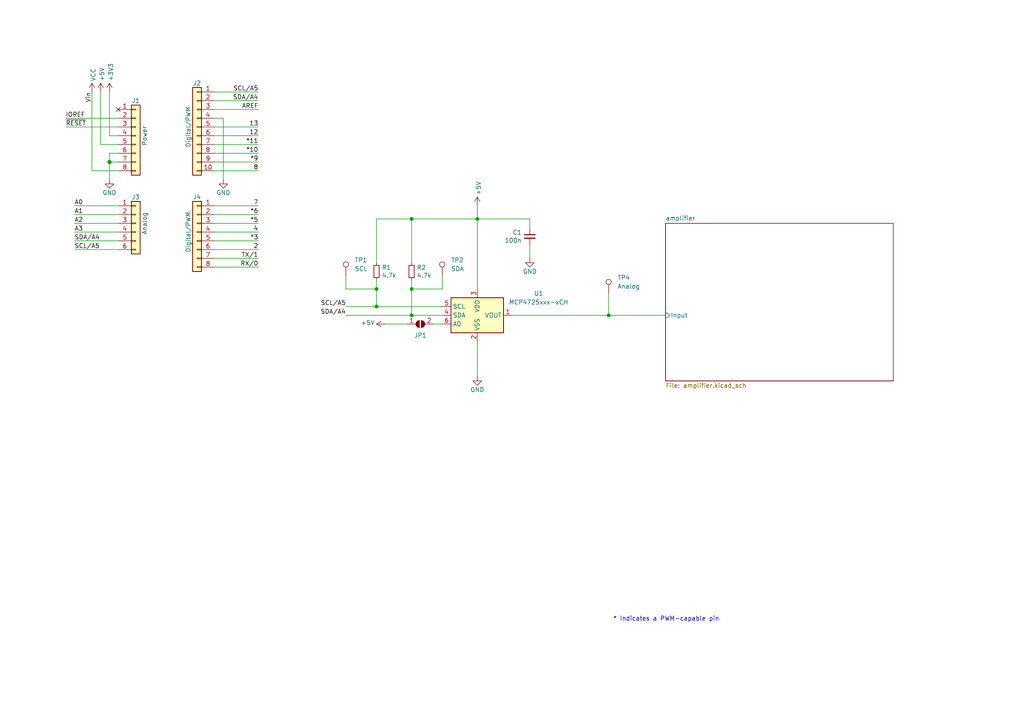
<source format=kicad_sch>
(kicad_sch (version 20231120) (generator "eeschema") (generator_version "8.0")
  (paper "A4")
  (title_block (date "mar. 31 mars 2015"))
  (lib_symbols
    (symbol "Analog_DAC:MCP4725xxx-xCH"
      (property "Reference" "U" (at -6.35 6.35 0))
      (property "Value" "MCP4725xxx-xCH" (at 8.89 6.35 0))
      (symbol "MCP4725xxx-xCH_0_1"
        (rectangle (start -7.62 5.08) (end 7.62 -5.08) (stroke (width 0.254)) (fill (type background)))
      )
      (symbol "MCP4725xxx-xCH_1_1"
        (pin output line (at 10.16 0 180) (length 2.54) (name "VOUT") (number "1"))
        (pin power_in line (at 0 -7.62 90) (length 2.54) (name "VSS") (number "2"))
        (pin power_in line (at 0 7.62 270) (length 2.54) (name "VDD") (number "3"))
        (pin bidirectional line (at -10.16 0 0) (length 2.54) (name "SDA") (number "4"))
        (pin input line (at -10.16 2.54 0) (length 2.54) (name "SCL") (number "5"))
        (pin input line (at -10.16 -2.54 0) (length 2.54) (name "A0") (number "6"))
      )
    )
    (symbol "Connector:TestPoint" (pin_numbers hide) (pin_names (offset 0.762) hide)
      (property "Reference" "TP" (at 0 6.858 0))
      (property "Value" "TestPoint" (at 0 5.08 0))
      (symbol "TestPoint_0_1"
        (circle (center 0 3.302) (radius 0.762))
      )
      (symbol "TestPoint_1_1"
        (pin passive line (at 0 0 90) (length 2.54) (name "1") (number "1"))
      )
    )
    (symbol "Connector_Generic:Conn_01x06" (pin_names (offset 1.016) hide)
      (property "Reference" "J" (at 0 7.62 0))
      (property "Value" "Conn_01x06" (at 0 -10.16 0))
      (symbol "Conn_01x06_1_1"
        (rectangle (start -1.27 -7.493) (end 0 -7.747) (stroke (width 0.1524)))
        (rectangle (start -1.27 -4.953) (end 0 -5.207) (stroke (width 0.1524)))
        (rectangle (start -1.27 -2.413) (end 0 -2.667) (stroke (width 0.1524)))
        (rectangle (start -1.27 0.127) (end 0 -0.127) (stroke (width 0.1524)))
        (rectangle (start -1.27 2.667) (end 0 2.413) (stroke (width 0.1524)))
        (rectangle (start -1.27 5.207) (end 0 4.953) (stroke (width 0.1524)))
        (rectangle (start -1.27 6.35) (end 1.27 -8.89) (stroke (width 0.254)) (fill (type background)))
        (pin passive line (at -5.08 5.08 0) (length 3.81) (name "Pin_1") (number "1"))
        (pin passive line (at -5.08 2.54 0) (length 3.81) (name "Pin_2") (number "2"))
        (pin passive line (at -5.08 0 0) (length 3.81) (name "Pin_3") (number "3"))
        (pin passive line (at -5.08 -2.54 0) (length 3.81) (name "Pin_4") (number "4"))
        (pin passive line (at -5.08 -5.08 0) (length 3.81) (name "Pin_5") (number "5"))
        (pin passive line (at -5.08 -7.62 0) (length 3.81) (name "Pin_6") (number "6"))
      )
    )
    (symbol "Connector_Generic:Conn_01x08" (pin_names (offset 1.016) hide)
      (property "Reference" "J" (at 0 10.16 0))
      (property "Value" "Conn_01x08" (at 0 -12.7 0))
      (symbol "Conn_01x08_1_1"
        (rectangle (start -1.27 -10.033) (end 0 -10.287) (stroke (width 0.1524)))
        (rectangle (start -1.27 -7.493) (end 0 -7.747) (stroke (width 0.1524)))
        (rectangle (start -1.27 -4.953) (end 0 -5.207) (stroke (width 0.1524)))
        (rectangle (start -1.27 -2.413) (end 0 -2.667) (stroke (width 0.1524)))
        (rectangle (start -1.27 0.127) (end 0 -0.127) (stroke (width 0.1524)))
        (rectangle (start -1.27 2.667) (end 0 2.413) (stroke (width 0.1524)))
        (rectangle (start -1.27 5.207) (end 0 4.953) (stroke (width 0.1524)))
        (rectangle (start -1.27 7.747) (end 0 7.493) (stroke (width 0.1524)))
        (rectangle (start -1.27 8.89) (end 1.27 -11.43) (stroke (width 0.254)) (fill (type background)))
        (pin passive line (at -5.08 7.62 0) (length 3.81) (name "Pin_1") (number "1"))
        (pin passive line (at -5.08 5.08 0) (length 3.81) (name "Pin_2") (number "2"))
        (pin passive line (at -5.08 2.54 0) (length 3.81) (name "Pin_3") (number "3"))
        (pin passive line (at -5.08 0 0) (length 3.81) (name "Pin_4") (number "4"))
        (pin passive line (at -5.08 -2.54 0) (length 3.81) (name "Pin_5") (number "5"))
        (pin passive line (at -5.08 -5.08 0) (length 3.81) (name "Pin_6") (number "6"))
        (pin passive line (at -5.08 -7.62 0) (length 3.81) (name "Pin_7") (number "7"))
        (pin passive line (at -5.08 -10.16 0) (length 3.81) (name "Pin_8") (number "8"))
      )
    )
    (symbol "Connector_Generic:Conn_01x10" (pin_names (offset 1.016) hide)
      (property "Reference" "J" (at 0 12.7 0))
      (property "Value" "Conn_01x10" (at 0 -15.24 0))
      (symbol "Conn_01x10_1_1"
        (rectangle (start -1.27 -12.573) (end 0 -12.827) (stroke (width 0.1524)))
        (rectangle (start -1.27 -10.033) (end 0 -10.287) (stroke (width 0.1524)))
        (rectangle (start -1.27 -7.493) (end 0 -7.747) (stroke (width 0.1524)))
        (rectangle (start -1.27 -4.953) (end 0 -5.207) (stroke (width 0.1524)))
        (rectangle (start -1.27 -2.413) (end 0 -2.667) (stroke (width 0.1524)))
        (rectangle (start -1.27 0.127) (end 0 -0.127) (stroke (width 0.1524)))
        (rectangle (start -1.27 2.667) (end 0 2.413) (stroke (width 0.1524)))
        (rectangle (start -1.27 5.207) (end 0 4.953) (stroke (width 0.1524)))
        (rectangle (start -1.27 7.747) (end 0 7.493) (stroke (width 0.1524)))
        (rectangle (start -1.27 10.287) (end 0 10.033) (stroke (width 0.1524)))
        (rectangle (start -1.27 11.43) (end 1.27 -13.97) (stroke (width 0.254)) (fill (type background)))
        (pin passive line (at -5.08 10.16 0) (length 3.81) (name "Pin_1") (number "1"))
        (pin passive line (at -5.08 -12.7 0) (length 3.81) (name "Pin_10") (number "10"))
        (pin passive line (at -5.08 7.62 0) (length 3.81) (name "Pin_2") (number "2"))
        (pin passive line (at -5.08 5.08 0) (length 3.81) (name "Pin_3") (number "3"))
        (pin passive line (at -5.08 2.54 0) (length 3.81) (name "Pin_4") (number "4"))
        (pin passive line (at -5.08 0 0) (length 3.81) (name "Pin_5") (number "5"))
        (pin passive line (at -5.08 -2.54 0) (length 3.81) (name "Pin_6") (number "6"))
        (pin passive line (at -5.08 -5.08 0) (length 3.81) (name "Pin_7") (number "7"))
        (pin passive line (at -5.08 -7.62 0) (length 3.81) (name "Pin_8") (number "8"))
        (pin passive line (at -5.08 -10.16 0) (length 3.81) (name "Pin_9") (number "9"))
      )
    )
    (symbol "Device:C_Small" (pin_numbers hide) (pin_names (offset 0.254) hide)
      (property "Reference" "C" (at 0.254 1.778 0))
      (property "Value" "C_Small" (at 0.254 -2.032 0))
      (symbol "C_Small_0_1"
        (polyline (pts (xy -1.524 -0.508) (xy 1.524 -0.508)) (stroke (width 0.3302)))
        (polyline (pts (xy -1.524 0.508) (xy 1.524 0.508)) (stroke (width 0.3048)))
      )
      (symbol "C_Small_1_1"
        (pin passive line (at 0 2.54 270) (length 2.032) (name "~") (number "1"))
        (pin passive line (at 0 -2.54 90) (length 2.032) (name "~") (number "2"))
      )
    )
    (symbol "Device:R_Small" (pin_numbers hide) (pin_names (offset 0.254) hide)
      (property "Reference" "R" (at 0.762 0.508 0))
      (property "Value" "R_Small" (at 0.762 -1.016 0))
      (symbol "R_Small_0_1"
        (rectangle (start -0.762 1.778) (end 0.762 -1.778) (stroke (width 0.2032)))
      )
      (symbol "R_Small_1_1"
        (pin passive line (at 0 2.54 270) (length 0.762) (name "~") (number "1"))
        (pin passive line (at 0 -2.54 90) (length 0.762) (name "~") (number "2"))
      )
    )
    (symbol "Jumper:SolderJumper_2_Open" (pin_names (offset 0) hide)
      (property "Reference" "JP" (at 0 2.032 0))
      (property "Value" "SolderJumper_2_Open" (at 0 -2.54 0))
      (symbol "SolderJumper_2_Open_0_1"
        (arc (start -0.254 1.016) (mid -1.2656 0) (end -0.254 -1.016))
        (arc (start -0.254 1.016) (mid -1.2656 0) (end -0.254 -1.016) (fill (type outline)))
        (polyline (pts (xy -0.254 1.016) (xy -0.254 -1.016)))
        (polyline (pts (xy 0.254 1.016) (xy 0.254 -1.016)))
        (arc (start 0.254 -1.016) (mid 1.2656 0) (end 0.254 1.016))
        (arc (start 0.254 -1.016) (mid 1.2656 0) (end 0.254 1.016) (fill (type outline)))
      )
      (symbol "SolderJumper_2_Open_1_1"
        (pin passive line (at -3.81 0 0) (length 2.54) (name "A") (number "1"))
        (pin passive line (at 3.81 0 180) (length 2.54) (name "B") (number "2"))
      )
    )
    (symbol "power:+3V3" (power) (pin_names (offset 0))
      (property "Value" "+3V3" (at 0 3.556 0))
      (symbol "+3V3_0_1"
        (polyline (pts (xy -0.762 1.27) (xy 0 2.54)))
        (polyline (pts (xy 0 0) (xy 0 2.54)))
        (polyline (pts (xy 0 2.54) (xy 0.762 1.27)))
      )
      (symbol "+3V3_1_1"
        (pin power_in line (at 0 0 90) (length 0) hide (name "+3V3") (number "1"))
      )
    )
    (symbol "power:+5V" (power) (pin_names (offset 0))
      (property "Value" "+5V" (at 0 3.556 0))
      (symbol "+5V_0_1"
        (polyline (pts (xy -0.762 1.27) (xy 0 2.54)))
        (polyline (pts (xy 0 0) (xy 0 2.54)))
        (polyline (pts (xy 0 2.54) (xy 0.762 1.27)))
      )
      (symbol "+5V_1_1"
        (pin power_in line (at 0 0 90) (length 0) hide (name "+5V") (number "1"))
      )
    )
    (symbol "power:GND" (power) (pin_names (offset 0))
      (property "Value" "GND" (at 0 -3.81 0))
      (symbol "GND_0_1"
        (polyline (pts (xy 0 0) (xy 0 -1.27) (xy 1.27 -1.27) (xy 0 -2.54) (xy -1.27 -1.27) (xy 0 -1.27)))
      )
      (symbol "GND_1_1"
        (pin power_in line (at 0 0 270) (length 0) hide (name "GND") (number "1"))
      )
    )
    (symbol "power:VCC" (power) (pin_names (offset 0))
      (property "Value" "VCC" (at 0 3.81 0))
      (symbol "VCC_0_1"
        (polyline (pts (xy -0.762 1.27) (xy 0 2.54)))
        (polyline (pts (xy 0 0) (xy 0 2.54)))
        (polyline (pts (xy 0 2.54) (xy 0.762 1.27)))
      )
      (symbol "VCC_1_1"
        (pin power_in line (at 0 0 90) (length 0) hide (name "VCC") (number "1"))
      )
    )
  )
  (junction (at 119.38 63.5))
  (junction (at 109.22 83.82))
  (junction (at 31.75 46.99) (diameter 1.016))
  (junction (at 138.43 63.5))
  (junction (at 119.38 91.44))
  (junction (at 176.53 91.44))
  (junction (at 119.38 83.82))
  (junction (at 109.22 88.9))
  (no_connect (at 34.29 31.75))
  (wire (pts (xy 62.23 77.47) (xy 74.93 77.47)))
  (wire (pts (xy 62.23 44.45) (xy 74.93 44.45)))
  (wire (pts (xy 62.23 26.67) (xy 74.93 26.67)))
  (wire (pts (xy 119.38 76.2) (xy 119.38 63.5)))
  (wire (pts (xy 31.75 44.45) (xy 31.75 46.99)))
  (wire (pts (xy 21.59 72.39) (xy 34.29 72.39)))
  (wire (pts (xy 100.33 88.9) (xy 109.22 88.9)))
  (wire (pts (xy 31.75 46.99) (xy 31.75 52.07)))
  (wire (pts (xy 31.75 39.37) (xy 34.29 39.37)))
  (wire (pts (xy 29.21 41.91) (xy 34.29 41.91)))
  (wire (pts (xy 29.21 26.67) (xy 29.21 41.91)))
  (wire (pts (xy 176.53 91.44) (xy 193.04 91.44)))
  (wire (pts (xy 62.23 36.83) (xy 74.93 36.83)))
  (wire (pts (xy 31.75 26.67) (xy 31.75 39.37)))
  (wire (pts (xy 62.23 59.69) (xy 74.93 59.69)))
  (wire (pts (xy 153.67 71.12) (xy 153.67 74.93)))
  (wire (pts (xy 34.29 59.69) (xy 21.59 59.69)))
  (wire (pts (xy 62.23 39.37) (xy 74.93 39.37)))
  (wire (pts (xy 119.38 81.28) (xy 119.38 83.82)))
  (wire (pts (xy 62.23 62.23) (xy 74.93 62.23)))
  (wire (pts (xy 100.33 91.44) (xy 119.38 91.44)))
  (wire (pts (xy 125.73 93.98) (xy 128.27 93.98)))
  (wire (pts (xy 109.22 76.2) (xy 109.22 63.5)))
  (wire (pts (xy 138.43 63.5) (xy 138.43 83.82)))
  (wire (pts (xy 153.67 66.04) (xy 153.67 63.5)))
  (wire (pts (xy 148.59 91.44) (xy 176.53 91.44)))
  (wire (pts (xy 128.27 80.01) (xy 128.27 83.82)))
  (wire (pts (xy 62.23 46.99) (xy 74.93 46.99)))
  (wire (pts (xy 62.23 67.31) (xy 74.93 67.31)))
  (wire (pts (xy 100.33 83.82) (xy 109.22 83.82)))
  (wire (pts (xy 19.05 34.29) (xy 34.29 34.29)))
  (wire (pts (xy 138.43 99.06) (xy 138.43 109.22)))
  (wire (pts (xy 109.22 81.28) (xy 109.22 83.82)))
  (wire (pts (xy 64.77 34.29) (xy 64.77 52.07)))
  (wire (pts (xy 62.23 31.75) (xy 74.93 31.75)))
  (wire (pts (xy 153.67 63.5) (xy 138.43 63.5)))
  (wire (pts (xy 109.22 63.5) (xy 119.38 63.5)))
  (wire (pts (xy 34.29 64.77) (xy 21.59 64.77)))
  (wire (pts (xy 19.05 36.83) (xy 34.29 36.83)))
  (wire (pts (xy 34.29 46.99) (xy 31.75 46.99)))
  (wire (pts (xy 109.22 83.82) (xy 109.22 88.9)))
  (wire (pts (xy 34.29 49.53) (xy 26.67 49.53)))
  (wire (pts (xy 21.59 62.23) (xy 34.29 62.23)))
  (wire (pts (xy 119.38 63.5) (xy 138.43 63.5)))
  (wire (pts (xy 62.23 34.29) (xy 64.77 34.29)))
  (wire (pts (xy 128.27 83.82) (xy 119.38 83.82)))
  (wire (pts (xy 34.29 44.45) (xy 31.75 44.45)))
  (wire (pts (xy 62.23 41.91) (xy 74.93 41.91)))
  (wire (pts (xy 62.23 64.77) (xy 74.93 64.77)))
  (wire (pts (xy 21.59 67.31) (xy 34.29 67.31)))
  (wire (pts (xy 100.33 80.01) (xy 100.33 83.82)))
  (wire (pts (xy 109.22 88.9) (xy 128.27 88.9)))
  (wire (pts (xy 119.38 91.44) (xy 128.27 91.44)))
  (wire (pts (xy 111.76 93.98) (xy 118.11 93.98)))
  (wire (pts (xy 62.23 29.21) (xy 74.93 29.21)))
  (wire (pts (xy 62.23 72.39) (xy 74.93 72.39)))
  (wire (pts (xy 62.23 69.85) (xy 74.93 69.85)))
  (wire (pts (xy 138.43 59.69) (xy 138.43 63.5)))
  (wire (pts (xy 176.53 85.09) (xy 176.53 91.44)))
  (wire (pts (xy 62.23 74.93) (xy 74.93 74.93)))
  (wire (pts (xy 26.67 49.53) (xy 26.67 26.67)))
  (wire (pts (xy 119.38 83.82) (xy 119.38 91.44)))
  (wire (pts (xy 34.29 69.85) (xy 21.59 69.85)))
  (wire (pts (xy 62.23 49.53) (xy 74.93 49.53)))
  (text "* Indicates a PWM-capable pin" (at 177.8 180.34 0) (effects (font (size 1.27 1.27)) (justify left bottom)))
  (label "RX{slash}0" (at 74.93 77.47 180))
  (label "A2" (at 21.59 64.77 0))
  (label "4" (at 74.93 67.31 180))
  (label "2" (at 74.93 72.39 180))
  (label "A3" (at 21.59 67.31 0))
  (label "13" (at 74.93 36.83 180))
  (label "12" (at 74.93 39.37 180))
  (label "~{RESET}" (at 19.05 36.83 0))
  (label "*10" (at 74.93 44.45 180))
  (label "SDA{slash}A4" (at 100.33 91.44 180))
  (label "7" (at 74.93 59.69 180))
  (label "SDA{slash}A4" (at 74.93 29.21 180))
  (label "8" (at 74.93 49.53 180))
  (label "SCL{slash}A5" (at 100.33 88.9 180))
  (label "*11" (at 74.93 41.91 180))
  (label "*3" (at 74.93 69.85 180))
  (label "A1" (at 21.59 62.23 0))
  (label "TX{slash}1" (at 74.93 74.93 180))
  (label "A0" (at 21.59 59.69 0))
  (label "AREF" (at 74.93 31.75 180))
  (label "Vin" (at 26.67 26.67 270))
  (label "*6" (at 74.93 62.23 180))
  (label "SCL{slash}A5" (at 74.93 26.67 180))
  (label "*9" (at 74.93 46.99 180))
  (label "*5" (at 74.93 64.77 180))
  (label "IOREF" (at 19.05 34.29 0))
  (label "SDA{slash}A4" (at 21.59 69.85 0))
  (label "SCL{slash}A5" (at 21.59 72.39 0))
  (symbol (lib_id "Connector_Generic:Conn_01x08") (at 39.37 39.37 0) (unit 1)
    (property "Reference" "J1" (at 39.37 29.21 0))
    (property "Value" "Power" (at 41.91 39.37 90))
    (property "Footprint" "Connector_PinSocket_2.54mm:PinSocket_1x08_P2.54mm_Vertical" (effects (hide yes)))
  )
  (symbol (lib_id "power:+3V3") (at 31.75 26.67 0) (unit 1)
    (property "Reference" "#PWR03" (effects (hide yes)))
    (property "Value" "+3V3" (at 32.131 23.622 90) (effects (justify left)))
  )
  (symbol (lib_id "power:+5V") (at 29.21 26.67 0) (unit 1)
    (property "Reference" "#PWR02" (effects (hide yes)))
    (property "Value" "+5V" (at 29.5656 23.622 90) (effects (justify left)))
  )
  (symbol (lib_id "power:GND") (at 31.75 52.07 0) (unit 1)
    (property "Reference" "#PWR04" (effects (hide yes)))
    (property "Value" "GND" (at 31.75 55.88 0))
  )
  (symbol (lib_id "Connector_Generic:Conn_01x10") (at 57.15 36.83 0) (mirror y) (unit 1)
    (property "Reference" "J2" (at 57.15 24.13 0))
    (property "Value" "Digital/PWM" (at 54.61 36.83 90))
    (property "Footprint" "Connector_PinSocket_2.54mm:PinSocket_1x10_P2.54mm_Vertical" (effects (hide yes)))
  )
  (symbol (lib_id "power:GND") (at 64.77 52.07 0) (unit 1)
    (property "Reference" "#PWR05" (effects (hide yes)))
    (property "Value" "GND" (at 64.77 55.88 0))
  )
  (symbol (lib_id "Connector_Generic:Conn_01x06") (at 39.37 64.77 0) (unit 1)
    (property "Reference" "J3" (at 39.37 57.15 0))
    (property "Value" "Analog" (at 41.91 64.77 90))
    (property "Footprint" "Connector_PinSocket_2.54mm:PinSocket_1x06_P2.54mm_Vertical" (effects (hide yes)))
  )
  (symbol (lib_id "Connector_Generic:Conn_01x08") (at 57.15 67.31 0) (mirror y) (unit 1)
    (property "Reference" "J4" (at 57.15 57.15 0))
    (property "Value" "Digital/PWM" (at 54.61 67.31 90))
    (property "Footprint" "Connector_PinSocket_2.54mm:PinSocket_1x08_P2.54mm_Vertical" (effects (hide yes)))
  )
  (symbol (lib_id "Jumper:SolderJumper_2_Open") (at 121.92 93.98 0) (unit 1)
    (property "Reference" "JP1" (at 121.92 97.263 0))
    (property "Value" "ID_WP" (effects (hide yes)))
    (property "Footprint" "Jumper:SolderJumper-2_P1.3mm_Open_RoundedPad1.0x1.5mm" (effects (hide yes)))
  )
  (symbol (lib_id "Analog_DAC:MCP4725xxx-xCH") (at 138.43 91.44 0) (unit 1)
    (property "Reference" "U1" (at 156.21 85.1214 0))
    (property "Value" "MCP4725xxx-xCH" (at 156.21 87.6614 0))
    (property "Footprint" "Package_TO_SOT_SMD:SOT-23-6" (effects (hide yes)))
    (property "Datasheet" "http://ww1.microchip.com/downloads/en/DeviceDoc/22039d.pdf" (effects (hide yes)))
    (property "Description" "12-bit Digital-to-Analog Converter, integrated EEPROM, I2C interface, SOT-23-6" (effects (hide yes)))
  )
  (symbol (lib_id "Connector:TestPoint") (at 128.27 80.01 0) (unit 1)
    (property "Reference" "TP2" (at 130.81 75.4379 0) (effects (justify left)))
    (property "Value" "SDA" (at 130.81 77.9779 0) (effects (justify left)))
    (property "Footprint" "TestPoint:TestPoint_Loop_D2.50mm_Drill1.0mm" (effects (hide yes)))
    (property "Description" "test point" (effects (hide yes)))
  )
  (symbol (lib_id "power:GND") (at 153.67 74.93 0) (unit 1)
    (property "Reference" "#PWR08" (effects (hide yes)))
    (property "Value" "GND" (at 153.67 78.74 0))
  )
  (symbol (lib_id "power:VCC") (at 26.67 26.67 0) (unit 1)
    (property "Reference" "#PWR01" (effects (hide yes)))
    (property "Value" "VCC" (at 27.051 23.622 90) (effects (justify left)))
  )
  (symbol (lib_id "Connector:TestPoint") (at 100.33 80.01 0) (unit 1)
    (property "Reference" "TP1" (at 102.87 75.4379 0) (effects (justify left)))
    (property "Value" "SCL" (at 102.87 77.9779 0) (effects (justify left)))
    (property "Footprint" "TestPoint:TestPoint_Loop_D2.50mm_Drill1.0mm" (effects (hide yes)))
    (property "Description" "test point" (effects (hide yes)))
  )
  (symbol (lib_id "Device:R_Small") (at 109.22 78.74 0) (unit 1)
    (property "Reference" "R1" (at 110.7186 77.597 0) (effects (justify left)))
    (property "Value" "4.7k" (at 110.7187 79.8893 0) (effects (justify left)))
    (property "Footprint" "Resistor_SMD:R_1206_3216Metric_Pad1.30x1.75mm_HandSolder" (effects (hide yes)))
  )
  (symbol (lib_id "power:GND") (at 138.43 109.22 0) (unit 1)
    (property "Reference" "#PWR07" (effects (hide yes)))
    (property "Value" "GND" (at 138.43 113.03 0))
  )
  (symbol (lib_id "Connector:TestPoint") (at 176.53 85.09 0) (unit 1)
    (property "Reference" "TP4" (at 179.07 80.5179 0) (effects (justify left)))
    (property "Value" "Analog" (at 179.07 83.0579 0) (effects (justify left)))
    (property "Footprint" "TestPoint:TestPoint_Loop_D2.50mm_Drill1.0mm" (effects (hide yes)))
    (property "Description" "test point" (effects (hide yes)))
  )
  (symbol (lib_id "Device:C_Small") (at 153.67 68.58 0) (unit 1)
    (property "Reference" "C1" (at 151.3458 67.4306 0) (effects (justify right)))
    (property "Value" "100n" (at 151.3458 69.7293 0) (effects (justify right)))
    (property "Footprint" "Capacitor_SMD:C_0805_2012Metric_Pad1.18x1.45mm_HandSolder" (effects (hide yes)))
  )
  (symbol (lib_id "power:+5V") (at 111.76 93.98 90) (unit 1)
    (property "Reference" "#PWR09" (effects (hide yes)))
    (property "Value" "+5V" (at 108.712 93.6244 90) (effects (justify left)))
  )
  (symbol (lib_id "power:+5V") (at 138.43 59.69 0) (unit 1)
    (property "Reference" "#PWR06" (effects (hide yes)))
    (property "Value" "+5V" (at 138.7856 56.642 90) (effects (justify left)))
  )
  (symbol (lib_id "Device:R_Small") (at 119.38 78.74 0) (unit 1)
    (property "Reference" "R2" (at 120.8786 77.597 0) (effects (justify left)))
    (property "Value" "4.7k" (at 120.8787 79.8893 0) (effects (justify left)))
    (property "Footprint" "Resistor_SMD:R_1206_3216Metric_Pad1.30x1.75mm_HandSolder" (effects (hide yes)))
  )
  (sheet (at 193.04 64.77) (size 66.04 45.72) (stroke (width 0.1524))
    (property "Sheetname" "amplifier" (at 193.04 64.0584 0) (effects (justify left bottom)))
    (property "Sheetfile" "amplifier.kicad_sch" (at 193.04 111.0746 0) (effects (justify left top)))
    (pin "Input" input (at 193.04 91.44 180))
  )
)
</source>
